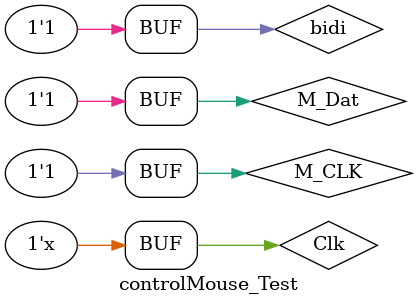
<source format=v>
`timescale 1ns / 1ps


module controlMouse_Test;

	// Inputs
	reg Clk;
	reg M_CLK;
	reg bidi;

	// Bidirs
	wire M_Dat;

	// Instantiate the Unit Under Test (UUT)
	controlMouse uut (
		.Clk(Clk), 
		.M_CLK(M_CLK), 
		.M_Dat(M_Dat)
	);

	initial begin
		// Initialize Inputs
		Clk = 0;
		M_CLK = 1;
		bidi = 1'bZ;

		// Wait 10 ns for global reset to finish
		#10;
        
		// Add stimulus here
      ///////////////////////////////////cambiar
		#10; M_CLK = 1; bidi = 1;
		#10; bidi = 0;
		#10; bidi = 1;
		#10; M_CLK = 0; bidi = 0;/////0 1
		#1; M_CLK = 1; bidi = 0;
		#1; M_CLK = 0; bidi = 1;
		#1; M_CLK = 1; bidi = 1;
		#1; M_CLK = 0; bidi = 0;
		#1; M_CLK = 1; bidi = 0;
		#1; M_CLK = 0; bidi = 0;
		#1; M_CLK = 1; bidi = 0;
		#1; M_CLK = 0; bidi = 0;
		#1; M_CLK = 1; bidi = 0;
		#1; M_CLK = 0; bidi = 0;//////old 11
		#1; M_CLK = 1; bidi = 0;
		#1; M_CLK = 0; bidi = 0;
		#1; M_CLK = 1; bidi = 0;
		#1; M_CLK = 0; bidi = 0;
		#1; M_CLK = 1; bidi = 0;
		#1; M_CLK = 0; bidi = 0;
		#1; M_CLK = 1; bidi = 0;
		#1; M_CLK = 0; bidi = 0;
		#1; M_CLK = 1; bidi = 0;
		#1; M_CLK = 0; bidi = 1;//////1 11
		#1; M_CLK = 1; bidi = 1;//////1 11
		#1; M_CLK = 0; bidi = 0;//////0
		#1; M_CLK = 1; bidi = 0;
		#1; M_CLK = 0; bidi = 0;
		#1; M_CLK = 1; bidi = 0;
		#1; M_CLK = 0; bidi = 0;
		#1; M_CLK = 1; bidi = 0;
		#1; M_CLK = 0; bidi = 0;
		#1; M_CLK = 1; bidi = 0;
		#1; M_CLK = 0; bidi = 0;
		#1; M_CLK = 1; bidi = 0;
		#1; M_CLK = 0; bidi = 0;//////old 33
		#1; M_CLK = 1; bidi = 0;
		#1; M_CLK = 0; bidi = 0;
		#1; M_CLK = 1; bidi = 0;
		#1; M_CLK = 0; bidi = 0;
		#1; M_CLK = 1; bidi = 0;
		#1; M_CLK = 0; bidi = 0;
		#1; M_CLK = 1; bidi = 0;
		#1; M_CLK = 0; bidi = 1;//////1 11
		#1; M_CLK = 1; bidi = 1;//////1 11
		#1; M_CLK = 0; bidi = 0;
		#1; M_CLK = 1; bidi = 0;
		#1; M_CLK = 0; bidi = 0;
		#1; M_CLK = 1; bidi = 0;
		#1; M_CLK = 0; bidi = 0;
		#1; M_CLK = 1; bidi = 0;
		#1; M_CLK = 0; bidi = 0;
		#1; M_CLK = 1; bidi = 0;
		#1; M_CLK = 0; bidi = 0;
		#1; M_CLK = 1; bidi = 0;
		#1; M_CLK = 0; bidi = 0;
		#1; M_CLK = 1; bidi = 0;
		#1; M_CLK = 0; bidi = 0;
		#1; M_CLK = 1; bidi = 0;
		#1; M_CLK = 0; bidi = 0;
		#1; M_CLK = 1; bidi = 0;
		#1; M_CLK = 0; bidi = 0;
		#1; M_CLK = 1; bidi = 0;
		#1; M_CLK = 0; bidi = 0;
		#1; M_CLK = 1; bidi = 0;
		#1; M_CLK = 0; bidi = 1;//////1 11
		#1; M_CLK = 1; bidi = 1;//////1 11
		//#1; M_CLK = 1; bidi = 0;
		//#1; M_CLK = 0; bidi = 0;//////1 33                      
									 
	   //#1; M_CLK = 1; bidi = 1;//////0 34
	end
	
	assign  M_Dat = bidi; 

always
begin
#1 Clk <= ~Clk;
end   
endmodule


</source>
